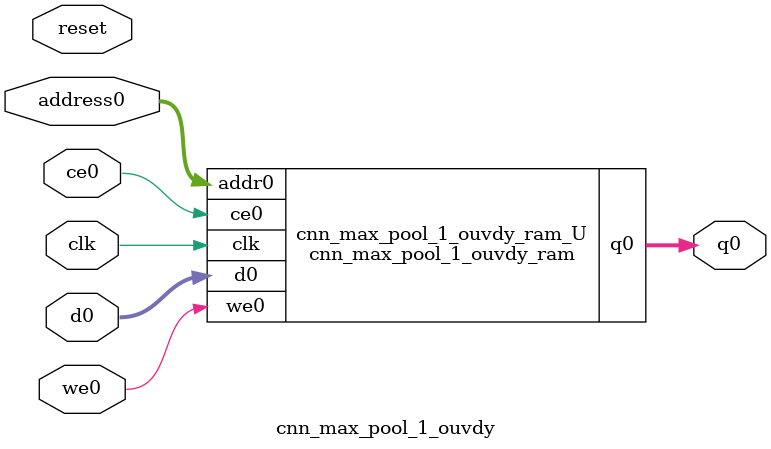
<source format=v>
`timescale 1 ns / 1 ps
module cnn_max_pool_1_ouvdy_ram (addr0, ce0, d0, we0, q0,  clk);

parameter DWIDTH = 14;
parameter AWIDTH = 10;
parameter MEM_SIZE = 1014;

input[AWIDTH-1:0] addr0;
input ce0;
input[DWIDTH-1:0] d0;
input we0;
output reg[DWIDTH-1:0] q0;
input clk;

(* ram_style = "block" *)reg [DWIDTH-1:0] ram[0:MEM_SIZE-1];




always @(posedge clk)  
begin 
    if (ce0) 
    begin
        if (we0) 
        begin 
            ram[addr0] <= d0; 
        end 
        q0 <= ram[addr0];
    end
end


endmodule

`timescale 1 ns / 1 ps
module cnn_max_pool_1_ouvdy(
    reset,
    clk,
    address0,
    ce0,
    we0,
    d0,
    q0);

parameter DataWidth = 32'd14;
parameter AddressRange = 32'd1014;
parameter AddressWidth = 32'd10;
input reset;
input clk;
input[AddressWidth - 1:0] address0;
input ce0;
input we0;
input[DataWidth - 1:0] d0;
output[DataWidth - 1:0] q0;



cnn_max_pool_1_ouvdy_ram cnn_max_pool_1_ouvdy_ram_U(
    .clk( clk ),
    .addr0( address0 ),
    .ce0( ce0 ),
    .we0( we0 ),
    .d0( d0 ),
    .q0( q0 ));

endmodule


</source>
